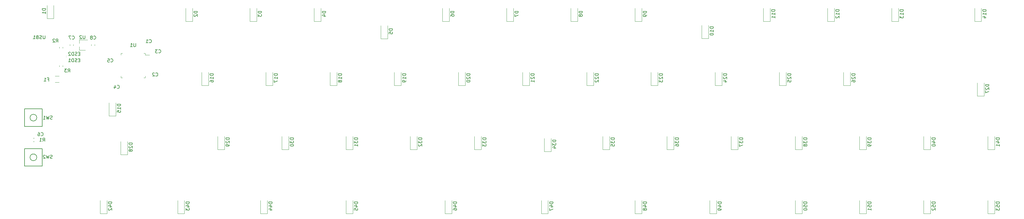
<source format=gbr>
G04 #@! TF.GenerationSoftware,KiCad,Pcbnew,(5.1.4-0-10_14)*
G04 #@! TF.CreationDate,2024-02-26T14:42:05+09:00*
G04 #@! TF.ProjectId,carry53-pcb,63617272-7935-4332-9d70-63622e6b6963,rev?*
G04 #@! TF.SameCoordinates,Original*
G04 #@! TF.FileFunction,Legend,Bot*
G04 #@! TF.FilePolarity,Positive*
%FSLAX46Y46*%
G04 Gerber Fmt 4.6, Leading zero omitted, Abs format (unit mm)*
G04 Created by KiCad (PCBNEW (5.1.4-0-10_14)) date 2024-02-26 14:42:05*
%MOMM*%
%LPD*%
G04 APERTURE LIST*
%ADD10C,0.150000*%
%ADD11C,0.120000*%
%ADD12C,0.100000*%
G04 APERTURE END LIST*
D10*
X15922500Y-51514500D02*
G75*
G03X15922500Y-51514500I-1000000J0D01*
G01*
X17522500Y-48914500D02*
X12322500Y-48914500D01*
X17522500Y-54114500D02*
X17522500Y-48914500D01*
X12322500Y-54114500D02*
X17522500Y-54114500D01*
X12322500Y-48914500D02*
X12322500Y-54114500D01*
D11*
X28533500Y-28414500D02*
X30963500Y-28414500D01*
X28513500Y-28424500D02*
X28513500Y-29424500D01*
X28513500Y-31474500D02*
X30363500Y-31474500D01*
X28513500Y-30424500D02*
X28513500Y-31474500D01*
X48123500Y-32844500D02*
X49413500Y-32844500D01*
X48123500Y-32394500D02*
X48123500Y-32844500D01*
X47673500Y-32394500D02*
X48123500Y-32394500D01*
X40903500Y-32394500D02*
X40903500Y-32844500D01*
X41353500Y-32394500D02*
X40903500Y-32394500D01*
X48123500Y-39614500D02*
X48123500Y-39164500D01*
X47673500Y-39614500D02*
X48123500Y-39614500D01*
X40903500Y-39614500D02*
X40903500Y-39164500D01*
X41353500Y-39614500D02*
X40903500Y-39614500D01*
D10*
X15922500Y-63309500D02*
G75*
G03X15922500Y-63309500I-1000000J0D01*
G01*
X17522500Y-60709500D02*
X12322500Y-60709500D01*
X17522500Y-65909500D02*
X17522500Y-60709500D01*
X12322500Y-65909500D02*
X17522500Y-65909500D01*
X12322500Y-60709500D02*
X12322500Y-65909500D01*
D11*
X23623500Y-35984721D02*
X23623500Y-36310279D01*
X22603500Y-35984721D02*
X22603500Y-36310279D01*
X22603500Y-30849279D02*
X22603500Y-30523721D01*
X23623500Y-30849279D02*
X23623500Y-30523721D01*
X14822721Y-57608500D02*
X15148279Y-57608500D01*
X14822721Y-58628500D02*
X15148279Y-58628500D01*
X22569564Y-40994500D02*
X21365436Y-40994500D01*
X22569564Y-39174500D02*
X21365436Y-39174500D01*
D12*
X24687500Y-33173500D02*
G75*
G03X24687500Y-33173500I-50000J0D01*
G01*
X24687500Y-33508100D02*
G75*
G03X24687500Y-33508100I-50000J0D01*
G01*
D11*
X300243750Y-80037500D02*
X300243750Y-76137500D01*
X298243750Y-80037500D02*
X298243750Y-76137500D01*
X300243750Y-80037500D02*
X298243750Y-80037500D01*
X281193750Y-80037500D02*
X281193750Y-76137500D01*
X279193750Y-80037500D02*
X279193750Y-76137500D01*
X281193750Y-80037500D02*
X279193750Y-80037500D01*
X262143750Y-80037500D02*
X262143750Y-76137500D01*
X260143750Y-80037500D02*
X260143750Y-76137500D01*
X262143750Y-80037500D02*
X260143750Y-80037500D01*
X243093750Y-80037500D02*
X243093750Y-76137500D01*
X241093750Y-80037500D02*
X241093750Y-76137500D01*
X243093750Y-80037500D02*
X241093750Y-80037500D01*
X217693750Y-80037500D02*
X217693750Y-76137500D01*
X215693750Y-80037500D02*
X215693750Y-76137500D01*
X217693750Y-80037500D02*
X215693750Y-80037500D01*
X195468750Y-80037500D02*
X195468750Y-76137500D01*
X193468750Y-80037500D02*
X193468750Y-76137500D01*
X195468750Y-80037500D02*
X193468750Y-80037500D01*
X167687500Y-80037500D02*
X167687500Y-76137500D01*
X165687500Y-80037500D02*
X165687500Y-76137500D01*
X167687500Y-80037500D02*
X165687500Y-80037500D01*
X139112500Y-80037500D02*
X139112500Y-76137500D01*
X137112500Y-80037500D02*
X137112500Y-76137500D01*
X139112500Y-80037500D02*
X137112500Y-80037500D01*
X109743750Y-80037500D02*
X109743750Y-76137500D01*
X107743750Y-80037500D02*
X107743750Y-76137500D01*
X109743750Y-80037500D02*
X107743750Y-80037500D01*
X84343750Y-80037500D02*
X84343750Y-76137500D01*
X82343750Y-80037500D02*
X82343750Y-76137500D01*
X84343750Y-80037500D02*
X82343750Y-80037500D01*
X59737500Y-80037500D02*
X59737500Y-76137500D01*
X57737500Y-80037500D02*
X57737500Y-76137500D01*
X59737500Y-80037500D02*
X57737500Y-80037500D01*
X36718750Y-80037500D02*
X36718750Y-76137500D01*
X34718750Y-80037500D02*
X34718750Y-76137500D01*
X36718750Y-80037500D02*
X34718750Y-80037500D01*
X300243750Y-60987500D02*
X300243750Y-57087500D01*
X298243750Y-60987500D02*
X298243750Y-57087500D01*
X300243750Y-60987500D02*
X298243750Y-60987500D01*
X281193750Y-60987500D02*
X281193750Y-57087500D01*
X279193750Y-60987500D02*
X279193750Y-57087500D01*
X281193750Y-60987500D02*
X279193750Y-60987500D01*
X262143750Y-60987500D02*
X262143750Y-57087500D01*
X260143750Y-60987500D02*
X260143750Y-57087500D01*
X262143750Y-60987500D02*
X260143750Y-60987500D01*
X243093750Y-60987500D02*
X243093750Y-57087500D01*
X241093750Y-60987500D02*
X241093750Y-57087500D01*
X243093750Y-60987500D02*
X241093750Y-60987500D01*
X224043750Y-60987500D02*
X224043750Y-57087500D01*
X222043750Y-60987500D02*
X222043750Y-57087500D01*
X224043750Y-60987500D02*
X222043750Y-60987500D01*
X204993750Y-60987500D02*
X204993750Y-57087500D01*
X202993750Y-60987500D02*
X202993750Y-57087500D01*
X204993750Y-60987500D02*
X202993750Y-60987500D01*
X185943750Y-60987500D02*
X185943750Y-57087500D01*
X183943750Y-60987500D02*
X183943750Y-57087500D01*
X185943750Y-60987500D02*
X183943750Y-60987500D01*
X168576500Y-61622500D02*
X168576500Y-57722500D01*
X166576500Y-61622500D02*
X166576500Y-57722500D01*
X168576500Y-61622500D02*
X166576500Y-61622500D01*
X147843750Y-60987500D02*
X147843750Y-57087500D01*
X145843750Y-60987500D02*
X145843750Y-57087500D01*
X147843750Y-60987500D02*
X145843750Y-60987500D01*
X128793750Y-60987500D02*
X128793750Y-57087500D01*
X126793750Y-60987500D02*
X126793750Y-57087500D01*
X128793750Y-60987500D02*
X126793750Y-60987500D01*
X109743750Y-60987500D02*
X109743750Y-57087500D01*
X107743750Y-60987500D02*
X107743750Y-57087500D01*
X109743750Y-60987500D02*
X107743750Y-60987500D01*
X90693750Y-60987500D02*
X90693750Y-57087500D01*
X88693750Y-60987500D02*
X88693750Y-57087500D01*
X90693750Y-60987500D02*
X88693750Y-60987500D01*
X71643750Y-60987500D02*
X71643750Y-57087500D01*
X69643750Y-60987500D02*
X69643750Y-57087500D01*
X71643750Y-60987500D02*
X69643750Y-60987500D01*
X42846500Y-62511500D02*
X42846500Y-58611500D01*
X40846500Y-62511500D02*
X40846500Y-58611500D01*
X42846500Y-62511500D02*
X40846500Y-62511500D01*
X297068750Y-45112500D02*
X297068750Y-41212500D01*
X295068750Y-45112500D02*
X295068750Y-41212500D01*
X297068750Y-45112500D02*
X295068750Y-45112500D01*
X257381250Y-41937500D02*
X257381250Y-38037500D01*
X255381250Y-41937500D02*
X255381250Y-38037500D01*
X257381250Y-41937500D02*
X255381250Y-41937500D01*
X238331250Y-41937500D02*
X238331250Y-38037500D01*
X236331250Y-41937500D02*
X236331250Y-38037500D01*
X238331250Y-41937500D02*
X236331250Y-41937500D01*
X219281250Y-41937500D02*
X219281250Y-38037500D01*
X217281250Y-41937500D02*
X217281250Y-38037500D01*
X219281250Y-41937500D02*
X217281250Y-41937500D01*
X200231250Y-41937500D02*
X200231250Y-38037500D01*
X198231250Y-41937500D02*
X198231250Y-38037500D01*
X200231250Y-41937500D02*
X198231250Y-41937500D01*
X181181250Y-41937500D02*
X181181250Y-38037500D01*
X179181250Y-41937500D02*
X179181250Y-38037500D01*
X181181250Y-41937500D02*
X179181250Y-41937500D01*
X162131250Y-41937500D02*
X162131250Y-38037500D01*
X160131250Y-41937500D02*
X160131250Y-38037500D01*
X162131250Y-41937500D02*
X160131250Y-41937500D01*
X143081250Y-41937500D02*
X143081250Y-38037500D01*
X141081250Y-41937500D02*
X141081250Y-38037500D01*
X143081250Y-41937500D02*
X141081250Y-41937500D01*
X124031250Y-41937500D02*
X124031250Y-38037500D01*
X122031250Y-41937500D02*
X122031250Y-38037500D01*
X124031250Y-41937500D02*
X122031250Y-41937500D01*
X104981250Y-41937500D02*
X104981250Y-38037500D01*
X102981250Y-41937500D02*
X102981250Y-38037500D01*
X104981250Y-41937500D02*
X102981250Y-41937500D01*
X85931250Y-41937500D02*
X85931250Y-38037500D01*
X83931250Y-41937500D02*
X83931250Y-38037500D01*
X85931250Y-41937500D02*
X83931250Y-41937500D01*
X66881250Y-41937500D02*
X66881250Y-38037500D01*
X64881250Y-41937500D02*
X64881250Y-38037500D01*
X66881250Y-41937500D02*
X64881250Y-41937500D01*
X39353500Y-50970500D02*
X39353500Y-47070500D01*
X37353500Y-50970500D02*
X37353500Y-47070500D01*
X39353500Y-50970500D02*
X37353500Y-50970500D01*
X296275000Y-22887500D02*
X296275000Y-18987500D01*
X294275000Y-22887500D02*
X294275000Y-18987500D01*
X296275000Y-22887500D02*
X294275000Y-22887500D01*
X271668750Y-22887500D02*
X271668750Y-18987500D01*
X269668750Y-22887500D02*
X269668750Y-18987500D01*
X271668750Y-22887500D02*
X269668750Y-22887500D01*
X252618750Y-22887500D02*
X252618750Y-18987500D01*
X250618750Y-22887500D02*
X250618750Y-18987500D01*
X252618750Y-22887500D02*
X250618750Y-22887500D01*
X233568750Y-22887500D02*
X233568750Y-18987500D01*
X231568750Y-22887500D02*
X231568750Y-18987500D01*
X233568750Y-22887500D02*
X231568750Y-22887500D01*
X215312500Y-27983500D02*
X215312500Y-24083500D01*
X213312500Y-27983500D02*
X213312500Y-24083500D01*
X215312500Y-27983500D02*
X213312500Y-27983500D01*
X195468750Y-22887500D02*
X195468750Y-18987500D01*
X193468750Y-22887500D02*
X193468750Y-18987500D01*
X195468750Y-22887500D02*
X193468750Y-22887500D01*
X176418750Y-22887500D02*
X176418750Y-18987500D01*
X174418750Y-22887500D02*
X174418750Y-18987500D01*
X176418750Y-22887500D02*
X174418750Y-22887500D01*
X157368750Y-22887500D02*
X157368750Y-18987500D01*
X155368750Y-22887500D02*
X155368750Y-18987500D01*
X157368750Y-22887500D02*
X155368750Y-22887500D01*
X138318750Y-22887500D02*
X138318750Y-18987500D01*
X136318750Y-22887500D02*
X136318750Y-18987500D01*
X138318750Y-22887500D02*
X136318750Y-22887500D01*
X120062500Y-28094500D02*
X120062500Y-24194500D01*
X118062500Y-28094500D02*
X118062500Y-24194500D01*
X120062500Y-28094500D02*
X118062500Y-28094500D01*
X100218750Y-22887500D02*
X100218750Y-18987500D01*
X98218750Y-22887500D02*
X98218750Y-18987500D01*
X100218750Y-22887500D02*
X98218750Y-22887500D01*
X81168750Y-22887500D02*
X81168750Y-18987500D01*
X79168750Y-22887500D02*
X79168750Y-18987500D01*
X81168750Y-22887500D02*
X79168750Y-22887500D01*
X62118750Y-22887500D02*
X62118750Y-18987500D01*
X60118750Y-22887500D02*
X60118750Y-18987500D01*
X62118750Y-22887500D02*
X60118750Y-22887500D01*
X20938500Y-22014500D02*
X20938500Y-18114500D01*
X18938500Y-22014500D02*
X18938500Y-18114500D01*
X20938500Y-22014500D02*
X18938500Y-22014500D01*
X32128500Y-30087279D02*
X32128500Y-29761721D01*
X33148500Y-30087279D02*
X33148500Y-29761721D01*
X25778500Y-30087279D02*
X25778500Y-29761721D01*
X26798500Y-30087279D02*
X26798500Y-29761721D01*
D10*
X20509833Y-51935261D02*
X20366976Y-51982880D01*
X20128880Y-51982880D01*
X20033642Y-51935261D01*
X19986023Y-51887642D01*
X19938404Y-51792404D01*
X19938404Y-51697166D01*
X19986023Y-51601928D01*
X20033642Y-51554309D01*
X20128880Y-51506690D01*
X20319357Y-51459071D01*
X20414595Y-51411452D01*
X20462214Y-51363833D01*
X20509833Y-51268595D01*
X20509833Y-51173357D01*
X20462214Y-51078119D01*
X20414595Y-51030500D01*
X20319357Y-50982880D01*
X20081261Y-50982880D01*
X19938404Y-51030500D01*
X19605071Y-50982880D02*
X19366976Y-51982880D01*
X19176500Y-51268595D01*
X18986023Y-51982880D01*
X18747928Y-50982880D01*
X17843166Y-51982880D02*
X18414595Y-51982880D01*
X18128880Y-51982880D02*
X18128880Y-50982880D01*
X18224119Y-51125738D01*
X18319357Y-51220976D01*
X18414595Y-51268595D01*
X18374595Y-27090880D02*
X18374595Y-27900404D01*
X18326976Y-27995642D01*
X18279357Y-28043261D01*
X18184119Y-28090880D01*
X17993642Y-28090880D01*
X17898404Y-28043261D01*
X17850785Y-27995642D01*
X17803166Y-27900404D01*
X17803166Y-27090880D01*
X17374595Y-28043261D02*
X17231738Y-28090880D01*
X16993642Y-28090880D01*
X16898404Y-28043261D01*
X16850785Y-27995642D01*
X16803166Y-27900404D01*
X16803166Y-27805166D01*
X16850785Y-27709928D01*
X16898404Y-27662309D01*
X16993642Y-27614690D01*
X17184119Y-27567071D01*
X17279357Y-27519452D01*
X17326976Y-27471833D01*
X17374595Y-27376595D01*
X17374595Y-27281357D01*
X17326976Y-27186119D01*
X17279357Y-27138500D01*
X17184119Y-27090880D01*
X16946023Y-27090880D01*
X16803166Y-27138500D01*
X16041261Y-27567071D02*
X15898404Y-27614690D01*
X15850785Y-27662309D01*
X15803166Y-27757547D01*
X15803166Y-27900404D01*
X15850785Y-27995642D01*
X15898404Y-28043261D01*
X15993642Y-28090880D01*
X16374595Y-28090880D01*
X16374595Y-27090880D01*
X16041261Y-27090880D01*
X15946023Y-27138500D01*
X15898404Y-27186119D01*
X15850785Y-27281357D01*
X15850785Y-27376595D01*
X15898404Y-27471833D01*
X15946023Y-27519452D01*
X16041261Y-27567071D01*
X16374595Y-27567071D01*
X14850785Y-28090880D02*
X15422214Y-28090880D01*
X15136500Y-28090880D02*
X15136500Y-27090880D01*
X15231738Y-27233738D01*
X15326976Y-27328976D01*
X15422214Y-27376595D01*
X30225404Y-27090880D02*
X30225404Y-27900404D01*
X30177785Y-27995642D01*
X30130166Y-28043261D01*
X30034928Y-28090880D01*
X29844452Y-28090880D01*
X29749214Y-28043261D01*
X29701595Y-27995642D01*
X29653976Y-27900404D01*
X29653976Y-27090880D01*
X29225404Y-27186119D02*
X29177785Y-27138500D01*
X29082547Y-27090880D01*
X28844452Y-27090880D01*
X28749214Y-27138500D01*
X28701595Y-27186119D01*
X28653976Y-27281357D01*
X28653976Y-27376595D01*
X28701595Y-27519452D01*
X29273023Y-28090880D01*
X28653976Y-28090880D01*
X45275404Y-29424380D02*
X45275404Y-30233904D01*
X45227785Y-30329142D01*
X45180166Y-30376761D01*
X45084928Y-30424380D01*
X44894452Y-30424380D01*
X44799214Y-30376761D01*
X44751595Y-30329142D01*
X44703976Y-30233904D01*
X44703976Y-29424380D01*
X43703976Y-30424380D02*
X44275404Y-30424380D01*
X43989690Y-30424380D02*
X43989690Y-29424380D01*
X44084928Y-29567238D01*
X44180166Y-29662476D01*
X44275404Y-29710095D01*
X20509833Y-63603261D02*
X20366976Y-63650880D01*
X20128880Y-63650880D01*
X20033642Y-63603261D01*
X19986023Y-63555642D01*
X19938404Y-63460404D01*
X19938404Y-63365166D01*
X19986023Y-63269928D01*
X20033642Y-63222309D01*
X20128880Y-63174690D01*
X20319357Y-63127071D01*
X20414595Y-63079452D01*
X20462214Y-63031833D01*
X20509833Y-62936595D01*
X20509833Y-62841357D01*
X20462214Y-62746119D01*
X20414595Y-62698500D01*
X20319357Y-62650880D01*
X20081261Y-62650880D01*
X19938404Y-62698500D01*
X19605071Y-62650880D02*
X19366976Y-63650880D01*
X19176500Y-62936595D01*
X18986023Y-63650880D01*
X18747928Y-62650880D01*
X18414595Y-62746119D02*
X18366976Y-62698500D01*
X18271738Y-62650880D01*
X18033642Y-62650880D01*
X17938404Y-62698500D01*
X17890785Y-62746119D01*
X17843166Y-62841357D01*
X17843166Y-62936595D01*
X17890785Y-63079452D01*
X18462214Y-63650880D01*
X17843166Y-63650880D01*
X25185166Y-37996880D02*
X25518500Y-37520690D01*
X25756595Y-37996880D02*
X25756595Y-36996880D01*
X25375642Y-36996880D01*
X25280404Y-37044500D01*
X25232785Y-37092119D01*
X25185166Y-37187357D01*
X25185166Y-37330214D01*
X25232785Y-37425452D01*
X25280404Y-37473071D01*
X25375642Y-37520690D01*
X25756595Y-37520690D01*
X24851833Y-36996880D02*
X24232785Y-36996880D01*
X24566119Y-37377833D01*
X24423261Y-37377833D01*
X24328023Y-37425452D01*
X24280404Y-37473071D01*
X24232785Y-37568309D01*
X24232785Y-37806404D01*
X24280404Y-37901642D01*
X24328023Y-37949261D01*
X24423261Y-37996880D01*
X24708976Y-37996880D01*
X24804214Y-37949261D01*
X24851833Y-37901642D01*
X21629166Y-29106880D02*
X21962500Y-28630690D01*
X22200595Y-29106880D02*
X22200595Y-28106880D01*
X21819642Y-28106880D01*
X21724404Y-28154500D01*
X21676785Y-28202119D01*
X21629166Y-28297357D01*
X21629166Y-28440214D01*
X21676785Y-28535452D01*
X21724404Y-28583071D01*
X21819642Y-28630690D01*
X22200595Y-28630690D01*
X21248214Y-28202119D02*
X21200595Y-28154500D01*
X21105357Y-28106880D01*
X20867261Y-28106880D01*
X20772023Y-28154500D01*
X20724404Y-28202119D01*
X20676785Y-28297357D01*
X20676785Y-28392595D01*
X20724404Y-28535452D01*
X21295833Y-29106880D01*
X20676785Y-29106880D01*
X17692166Y-58570880D02*
X18025500Y-58094690D01*
X18263595Y-58570880D02*
X18263595Y-57570880D01*
X17882642Y-57570880D01*
X17787404Y-57618500D01*
X17739785Y-57666119D01*
X17692166Y-57761357D01*
X17692166Y-57904214D01*
X17739785Y-57999452D01*
X17787404Y-58047071D01*
X17882642Y-58094690D01*
X18263595Y-58094690D01*
X16739785Y-58570880D02*
X17311214Y-58570880D01*
X17025500Y-58570880D02*
X17025500Y-57570880D01*
X17120738Y-57713738D01*
X17215976Y-57808976D01*
X17311214Y-57856595D01*
X19128833Y-40140071D02*
X19462166Y-40140071D01*
X19462166Y-40663880D02*
X19462166Y-39663880D01*
X18985976Y-39663880D01*
X18081214Y-40663880D02*
X18652642Y-40663880D01*
X18366928Y-40663880D02*
X18366928Y-39663880D01*
X18462166Y-39806738D01*
X18557404Y-39901976D01*
X18652642Y-39949595D01*
X28717166Y-32520071D02*
X28383833Y-32520071D01*
X28240976Y-33043880D02*
X28717166Y-33043880D01*
X28717166Y-32043880D01*
X28240976Y-32043880D01*
X27860023Y-32996261D02*
X27717166Y-33043880D01*
X27479071Y-33043880D01*
X27383833Y-32996261D01*
X27336214Y-32948642D01*
X27288595Y-32853404D01*
X27288595Y-32758166D01*
X27336214Y-32662928D01*
X27383833Y-32615309D01*
X27479071Y-32567690D01*
X27669547Y-32520071D01*
X27764785Y-32472452D01*
X27812404Y-32424833D01*
X27860023Y-32329595D01*
X27860023Y-32234357D01*
X27812404Y-32139119D01*
X27764785Y-32091500D01*
X27669547Y-32043880D01*
X27431452Y-32043880D01*
X27288595Y-32091500D01*
X26860023Y-33043880D02*
X26860023Y-32043880D01*
X26621928Y-32043880D01*
X26479071Y-32091500D01*
X26383833Y-32186738D01*
X26336214Y-32281976D01*
X26288595Y-32472452D01*
X26288595Y-32615309D01*
X26336214Y-32805785D01*
X26383833Y-32901023D01*
X26479071Y-32996261D01*
X26621928Y-33043880D01*
X26860023Y-33043880D01*
X25907642Y-32139119D02*
X25860023Y-32091500D01*
X25764785Y-32043880D01*
X25526690Y-32043880D01*
X25431452Y-32091500D01*
X25383833Y-32139119D01*
X25336214Y-32234357D01*
X25336214Y-32329595D01*
X25383833Y-32472452D01*
X25955261Y-33043880D01*
X25336214Y-33043880D01*
X28717166Y-34425071D02*
X28383833Y-34425071D01*
X28240976Y-34948880D02*
X28717166Y-34948880D01*
X28717166Y-33948880D01*
X28240976Y-33948880D01*
X27860023Y-34901261D02*
X27717166Y-34948880D01*
X27479071Y-34948880D01*
X27383833Y-34901261D01*
X27336214Y-34853642D01*
X27288595Y-34758404D01*
X27288595Y-34663166D01*
X27336214Y-34567928D01*
X27383833Y-34520309D01*
X27479071Y-34472690D01*
X27669547Y-34425071D01*
X27764785Y-34377452D01*
X27812404Y-34329833D01*
X27860023Y-34234595D01*
X27860023Y-34139357D01*
X27812404Y-34044119D01*
X27764785Y-33996500D01*
X27669547Y-33948880D01*
X27431452Y-33948880D01*
X27288595Y-33996500D01*
X26860023Y-34948880D02*
X26860023Y-33948880D01*
X26621928Y-33948880D01*
X26479071Y-33996500D01*
X26383833Y-34091738D01*
X26336214Y-34186976D01*
X26288595Y-34377452D01*
X26288595Y-34520309D01*
X26336214Y-34710785D01*
X26383833Y-34806023D01*
X26479071Y-34901261D01*
X26621928Y-34948880D01*
X26860023Y-34948880D01*
X25336214Y-34948880D02*
X25907642Y-34948880D01*
X25621928Y-34948880D02*
X25621928Y-33948880D01*
X25717166Y-34091738D01*
X25812404Y-34186976D01*
X25907642Y-34234595D01*
X301696130Y-76573214D02*
X300696130Y-76573214D01*
X300696130Y-76811309D01*
X300743750Y-76954166D01*
X300838988Y-77049404D01*
X300934226Y-77097023D01*
X301124702Y-77144642D01*
X301267559Y-77144642D01*
X301458035Y-77097023D01*
X301553273Y-77049404D01*
X301648511Y-76954166D01*
X301696130Y-76811309D01*
X301696130Y-76573214D01*
X300696130Y-78049404D02*
X300696130Y-77573214D01*
X301172321Y-77525595D01*
X301124702Y-77573214D01*
X301077083Y-77668452D01*
X301077083Y-77906547D01*
X301124702Y-78001785D01*
X301172321Y-78049404D01*
X301267559Y-78097023D01*
X301505654Y-78097023D01*
X301600892Y-78049404D01*
X301648511Y-78001785D01*
X301696130Y-77906547D01*
X301696130Y-77668452D01*
X301648511Y-77573214D01*
X301600892Y-77525595D01*
X300696130Y-78430357D02*
X300696130Y-79049404D01*
X301077083Y-78716071D01*
X301077083Y-78858928D01*
X301124702Y-78954166D01*
X301172321Y-79001785D01*
X301267559Y-79049404D01*
X301505654Y-79049404D01*
X301600892Y-79001785D01*
X301648511Y-78954166D01*
X301696130Y-78858928D01*
X301696130Y-78573214D01*
X301648511Y-78477976D01*
X301600892Y-78430357D01*
X282646130Y-76573214D02*
X281646130Y-76573214D01*
X281646130Y-76811309D01*
X281693750Y-76954166D01*
X281788988Y-77049404D01*
X281884226Y-77097023D01*
X282074702Y-77144642D01*
X282217559Y-77144642D01*
X282408035Y-77097023D01*
X282503273Y-77049404D01*
X282598511Y-76954166D01*
X282646130Y-76811309D01*
X282646130Y-76573214D01*
X281646130Y-78049404D02*
X281646130Y-77573214D01*
X282122321Y-77525595D01*
X282074702Y-77573214D01*
X282027083Y-77668452D01*
X282027083Y-77906547D01*
X282074702Y-78001785D01*
X282122321Y-78049404D01*
X282217559Y-78097023D01*
X282455654Y-78097023D01*
X282550892Y-78049404D01*
X282598511Y-78001785D01*
X282646130Y-77906547D01*
X282646130Y-77668452D01*
X282598511Y-77573214D01*
X282550892Y-77525595D01*
X281741369Y-78477976D02*
X281693750Y-78525595D01*
X281646130Y-78620833D01*
X281646130Y-78858928D01*
X281693750Y-78954166D01*
X281741369Y-79001785D01*
X281836607Y-79049404D01*
X281931845Y-79049404D01*
X282074702Y-79001785D01*
X282646130Y-78430357D01*
X282646130Y-79049404D01*
X263596130Y-76573214D02*
X262596130Y-76573214D01*
X262596130Y-76811309D01*
X262643750Y-76954166D01*
X262738988Y-77049404D01*
X262834226Y-77097023D01*
X263024702Y-77144642D01*
X263167559Y-77144642D01*
X263358035Y-77097023D01*
X263453273Y-77049404D01*
X263548511Y-76954166D01*
X263596130Y-76811309D01*
X263596130Y-76573214D01*
X262596130Y-78049404D02*
X262596130Y-77573214D01*
X263072321Y-77525595D01*
X263024702Y-77573214D01*
X262977083Y-77668452D01*
X262977083Y-77906547D01*
X263024702Y-78001785D01*
X263072321Y-78049404D01*
X263167559Y-78097023D01*
X263405654Y-78097023D01*
X263500892Y-78049404D01*
X263548511Y-78001785D01*
X263596130Y-77906547D01*
X263596130Y-77668452D01*
X263548511Y-77573214D01*
X263500892Y-77525595D01*
X263596130Y-79049404D02*
X263596130Y-78477976D01*
X263596130Y-78763690D02*
X262596130Y-78763690D01*
X262738988Y-78668452D01*
X262834226Y-78573214D01*
X262881845Y-78477976D01*
X244546130Y-76573214D02*
X243546130Y-76573214D01*
X243546130Y-76811309D01*
X243593750Y-76954166D01*
X243688988Y-77049404D01*
X243784226Y-77097023D01*
X243974702Y-77144642D01*
X244117559Y-77144642D01*
X244308035Y-77097023D01*
X244403273Y-77049404D01*
X244498511Y-76954166D01*
X244546130Y-76811309D01*
X244546130Y-76573214D01*
X243546130Y-78049404D02*
X243546130Y-77573214D01*
X244022321Y-77525595D01*
X243974702Y-77573214D01*
X243927083Y-77668452D01*
X243927083Y-77906547D01*
X243974702Y-78001785D01*
X244022321Y-78049404D01*
X244117559Y-78097023D01*
X244355654Y-78097023D01*
X244450892Y-78049404D01*
X244498511Y-78001785D01*
X244546130Y-77906547D01*
X244546130Y-77668452D01*
X244498511Y-77573214D01*
X244450892Y-77525595D01*
X243546130Y-78716071D02*
X243546130Y-78811309D01*
X243593750Y-78906547D01*
X243641369Y-78954166D01*
X243736607Y-79001785D01*
X243927083Y-79049404D01*
X244165178Y-79049404D01*
X244355654Y-79001785D01*
X244450892Y-78954166D01*
X244498511Y-78906547D01*
X244546130Y-78811309D01*
X244546130Y-78716071D01*
X244498511Y-78620833D01*
X244450892Y-78573214D01*
X244355654Y-78525595D01*
X244165178Y-78477976D01*
X243927083Y-78477976D01*
X243736607Y-78525595D01*
X243641369Y-78573214D01*
X243593750Y-78620833D01*
X243546130Y-78716071D01*
X219146130Y-76573214D02*
X218146130Y-76573214D01*
X218146130Y-76811309D01*
X218193750Y-76954166D01*
X218288988Y-77049404D01*
X218384226Y-77097023D01*
X218574702Y-77144642D01*
X218717559Y-77144642D01*
X218908035Y-77097023D01*
X219003273Y-77049404D01*
X219098511Y-76954166D01*
X219146130Y-76811309D01*
X219146130Y-76573214D01*
X218479464Y-78001785D02*
X219146130Y-78001785D01*
X218098511Y-77763690D02*
X218812797Y-77525595D01*
X218812797Y-78144642D01*
X219146130Y-78573214D02*
X219146130Y-78763690D01*
X219098511Y-78858928D01*
X219050892Y-78906547D01*
X218908035Y-79001785D01*
X218717559Y-79049404D01*
X218336607Y-79049404D01*
X218241369Y-79001785D01*
X218193750Y-78954166D01*
X218146130Y-78858928D01*
X218146130Y-78668452D01*
X218193750Y-78573214D01*
X218241369Y-78525595D01*
X218336607Y-78477976D01*
X218574702Y-78477976D01*
X218669940Y-78525595D01*
X218717559Y-78573214D01*
X218765178Y-78668452D01*
X218765178Y-78858928D01*
X218717559Y-78954166D01*
X218669940Y-79001785D01*
X218574702Y-79049404D01*
X196921130Y-76573214D02*
X195921130Y-76573214D01*
X195921130Y-76811309D01*
X195968750Y-76954166D01*
X196063988Y-77049404D01*
X196159226Y-77097023D01*
X196349702Y-77144642D01*
X196492559Y-77144642D01*
X196683035Y-77097023D01*
X196778273Y-77049404D01*
X196873511Y-76954166D01*
X196921130Y-76811309D01*
X196921130Y-76573214D01*
X196254464Y-78001785D02*
X196921130Y-78001785D01*
X195873511Y-77763690D02*
X196587797Y-77525595D01*
X196587797Y-78144642D01*
X196349702Y-78668452D02*
X196302083Y-78573214D01*
X196254464Y-78525595D01*
X196159226Y-78477976D01*
X196111607Y-78477976D01*
X196016369Y-78525595D01*
X195968750Y-78573214D01*
X195921130Y-78668452D01*
X195921130Y-78858928D01*
X195968750Y-78954166D01*
X196016369Y-79001785D01*
X196111607Y-79049404D01*
X196159226Y-79049404D01*
X196254464Y-79001785D01*
X196302083Y-78954166D01*
X196349702Y-78858928D01*
X196349702Y-78668452D01*
X196397321Y-78573214D01*
X196444940Y-78525595D01*
X196540178Y-78477976D01*
X196730654Y-78477976D01*
X196825892Y-78525595D01*
X196873511Y-78573214D01*
X196921130Y-78668452D01*
X196921130Y-78858928D01*
X196873511Y-78954166D01*
X196825892Y-79001785D01*
X196730654Y-79049404D01*
X196540178Y-79049404D01*
X196444940Y-79001785D01*
X196397321Y-78954166D01*
X196349702Y-78858928D01*
X169139880Y-76573214D02*
X168139880Y-76573214D01*
X168139880Y-76811309D01*
X168187500Y-76954166D01*
X168282738Y-77049404D01*
X168377976Y-77097023D01*
X168568452Y-77144642D01*
X168711309Y-77144642D01*
X168901785Y-77097023D01*
X168997023Y-77049404D01*
X169092261Y-76954166D01*
X169139880Y-76811309D01*
X169139880Y-76573214D01*
X168473214Y-78001785D02*
X169139880Y-78001785D01*
X168092261Y-77763690D02*
X168806547Y-77525595D01*
X168806547Y-78144642D01*
X168139880Y-78430357D02*
X168139880Y-79097023D01*
X169139880Y-78668452D01*
X140564880Y-76573214D02*
X139564880Y-76573214D01*
X139564880Y-76811309D01*
X139612500Y-76954166D01*
X139707738Y-77049404D01*
X139802976Y-77097023D01*
X139993452Y-77144642D01*
X140136309Y-77144642D01*
X140326785Y-77097023D01*
X140422023Y-77049404D01*
X140517261Y-76954166D01*
X140564880Y-76811309D01*
X140564880Y-76573214D01*
X139898214Y-78001785D02*
X140564880Y-78001785D01*
X139517261Y-77763690D02*
X140231547Y-77525595D01*
X140231547Y-78144642D01*
X139564880Y-78954166D02*
X139564880Y-78763690D01*
X139612500Y-78668452D01*
X139660119Y-78620833D01*
X139802976Y-78525595D01*
X139993452Y-78477976D01*
X140374404Y-78477976D01*
X140469642Y-78525595D01*
X140517261Y-78573214D01*
X140564880Y-78668452D01*
X140564880Y-78858928D01*
X140517261Y-78954166D01*
X140469642Y-79001785D01*
X140374404Y-79049404D01*
X140136309Y-79049404D01*
X140041071Y-79001785D01*
X139993452Y-78954166D01*
X139945833Y-78858928D01*
X139945833Y-78668452D01*
X139993452Y-78573214D01*
X140041071Y-78525595D01*
X140136309Y-78477976D01*
X111196130Y-76573214D02*
X110196130Y-76573214D01*
X110196130Y-76811309D01*
X110243750Y-76954166D01*
X110338988Y-77049404D01*
X110434226Y-77097023D01*
X110624702Y-77144642D01*
X110767559Y-77144642D01*
X110958035Y-77097023D01*
X111053273Y-77049404D01*
X111148511Y-76954166D01*
X111196130Y-76811309D01*
X111196130Y-76573214D01*
X110529464Y-78001785D02*
X111196130Y-78001785D01*
X110148511Y-77763690D02*
X110862797Y-77525595D01*
X110862797Y-78144642D01*
X110196130Y-79001785D02*
X110196130Y-78525595D01*
X110672321Y-78477976D01*
X110624702Y-78525595D01*
X110577083Y-78620833D01*
X110577083Y-78858928D01*
X110624702Y-78954166D01*
X110672321Y-79001785D01*
X110767559Y-79049404D01*
X111005654Y-79049404D01*
X111100892Y-79001785D01*
X111148511Y-78954166D01*
X111196130Y-78858928D01*
X111196130Y-78620833D01*
X111148511Y-78525595D01*
X111100892Y-78477976D01*
X85796130Y-76573214D02*
X84796130Y-76573214D01*
X84796130Y-76811309D01*
X84843750Y-76954166D01*
X84938988Y-77049404D01*
X85034226Y-77097023D01*
X85224702Y-77144642D01*
X85367559Y-77144642D01*
X85558035Y-77097023D01*
X85653273Y-77049404D01*
X85748511Y-76954166D01*
X85796130Y-76811309D01*
X85796130Y-76573214D01*
X85129464Y-78001785D02*
X85796130Y-78001785D01*
X84748511Y-77763690D02*
X85462797Y-77525595D01*
X85462797Y-78144642D01*
X85129464Y-78954166D02*
X85796130Y-78954166D01*
X84748511Y-78716071D02*
X85462797Y-78477976D01*
X85462797Y-79097023D01*
X61189880Y-76573214D02*
X60189880Y-76573214D01*
X60189880Y-76811309D01*
X60237500Y-76954166D01*
X60332738Y-77049404D01*
X60427976Y-77097023D01*
X60618452Y-77144642D01*
X60761309Y-77144642D01*
X60951785Y-77097023D01*
X61047023Y-77049404D01*
X61142261Y-76954166D01*
X61189880Y-76811309D01*
X61189880Y-76573214D01*
X60523214Y-78001785D02*
X61189880Y-78001785D01*
X60142261Y-77763690D02*
X60856547Y-77525595D01*
X60856547Y-78144642D01*
X60189880Y-78430357D02*
X60189880Y-79049404D01*
X60570833Y-78716071D01*
X60570833Y-78858928D01*
X60618452Y-78954166D01*
X60666071Y-79001785D01*
X60761309Y-79049404D01*
X60999404Y-79049404D01*
X61094642Y-79001785D01*
X61142261Y-78954166D01*
X61189880Y-78858928D01*
X61189880Y-78573214D01*
X61142261Y-78477976D01*
X61094642Y-78430357D01*
X38171130Y-76573214D02*
X37171130Y-76573214D01*
X37171130Y-76811309D01*
X37218750Y-76954166D01*
X37313988Y-77049404D01*
X37409226Y-77097023D01*
X37599702Y-77144642D01*
X37742559Y-77144642D01*
X37933035Y-77097023D01*
X38028273Y-77049404D01*
X38123511Y-76954166D01*
X38171130Y-76811309D01*
X38171130Y-76573214D01*
X37504464Y-78001785D02*
X38171130Y-78001785D01*
X37123511Y-77763690D02*
X37837797Y-77525595D01*
X37837797Y-78144642D01*
X37266369Y-78477976D02*
X37218750Y-78525595D01*
X37171130Y-78620833D01*
X37171130Y-78858928D01*
X37218750Y-78954166D01*
X37266369Y-79001785D01*
X37361607Y-79049404D01*
X37456845Y-79049404D01*
X37599702Y-79001785D01*
X38171130Y-78430357D01*
X38171130Y-79049404D01*
X301696130Y-57523214D02*
X300696130Y-57523214D01*
X300696130Y-57761309D01*
X300743750Y-57904166D01*
X300838988Y-57999404D01*
X300934226Y-58047023D01*
X301124702Y-58094642D01*
X301267559Y-58094642D01*
X301458035Y-58047023D01*
X301553273Y-57999404D01*
X301648511Y-57904166D01*
X301696130Y-57761309D01*
X301696130Y-57523214D01*
X301029464Y-58951785D02*
X301696130Y-58951785D01*
X300648511Y-58713690D02*
X301362797Y-58475595D01*
X301362797Y-59094642D01*
X301696130Y-59999404D02*
X301696130Y-59427976D01*
X301696130Y-59713690D02*
X300696130Y-59713690D01*
X300838988Y-59618452D01*
X300934226Y-59523214D01*
X300981845Y-59427976D01*
X282646130Y-57523214D02*
X281646130Y-57523214D01*
X281646130Y-57761309D01*
X281693750Y-57904166D01*
X281788988Y-57999404D01*
X281884226Y-58047023D01*
X282074702Y-58094642D01*
X282217559Y-58094642D01*
X282408035Y-58047023D01*
X282503273Y-57999404D01*
X282598511Y-57904166D01*
X282646130Y-57761309D01*
X282646130Y-57523214D01*
X281979464Y-58951785D02*
X282646130Y-58951785D01*
X281598511Y-58713690D02*
X282312797Y-58475595D01*
X282312797Y-59094642D01*
X281646130Y-59666071D02*
X281646130Y-59761309D01*
X281693750Y-59856547D01*
X281741369Y-59904166D01*
X281836607Y-59951785D01*
X282027083Y-59999404D01*
X282265178Y-59999404D01*
X282455654Y-59951785D01*
X282550892Y-59904166D01*
X282598511Y-59856547D01*
X282646130Y-59761309D01*
X282646130Y-59666071D01*
X282598511Y-59570833D01*
X282550892Y-59523214D01*
X282455654Y-59475595D01*
X282265178Y-59427976D01*
X282027083Y-59427976D01*
X281836607Y-59475595D01*
X281741369Y-59523214D01*
X281693750Y-59570833D01*
X281646130Y-59666071D01*
X263596130Y-57523214D02*
X262596130Y-57523214D01*
X262596130Y-57761309D01*
X262643750Y-57904166D01*
X262738988Y-57999404D01*
X262834226Y-58047023D01*
X263024702Y-58094642D01*
X263167559Y-58094642D01*
X263358035Y-58047023D01*
X263453273Y-57999404D01*
X263548511Y-57904166D01*
X263596130Y-57761309D01*
X263596130Y-57523214D01*
X262596130Y-58427976D02*
X262596130Y-59047023D01*
X262977083Y-58713690D01*
X262977083Y-58856547D01*
X263024702Y-58951785D01*
X263072321Y-58999404D01*
X263167559Y-59047023D01*
X263405654Y-59047023D01*
X263500892Y-58999404D01*
X263548511Y-58951785D01*
X263596130Y-58856547D01*
X263596130Y-58570833D01*
X263548511Y-58475595D01*
X263500892Y-58427976D01*
X263596130Y-59523214D02*
X263596130Y-59713690D01*
X263548511Y-59808928D01*
X263500892Y-59856547D01*
X263358035Y-59951785D01*
X263167559Y-59999404D01*
X262786607Y-59999404D01*
X262691369Y-59951785D01*
X262643750Y-59904166D01*
X262596130Y-59808928D01*
X262596130Y-59618452D01*
X262643750Y-59523214D01*
X262691369Y-59475595D01*
X262786607Y-59427976D01*
X263024702Y-59427976D01*
X263119940Y-59475595D01*
X263167559Y-59523214D01*
X263215178Y-59618452D01*
X263215178Y-59808928D01*
X263167559Y-59904166D01*
X263119940Y-59951785D01*
X263024702Y-59999404D01*
X244546130Y-57523214D02*
X243546130Y-57523214D01*
X243546130Y-57761309D01*
X243593750Y-57904166D01*
X243688988Y-57999404D01*
X243784226Y-58047023D01*
X243974702Y-58094642D01*
X244117559Y-58094642D01*
X244308035Y-58047023D01*
X244403273Y-57999404D01*
X244498511Y-57904166D01*
X244546130Y-57761309D01*
X244546130Y-57523214D01*
X243546130Y-58427976D02*
X243546130Y-59047023D01*
X243927083Y-58713690D01*
X243927083Y-58856547D01*
X243974702Y-58951785D01*
X244022321Y-58999404D01*
X244117559Y-59047023D01*
X244355654Y-59047023D01*
X244450892Y-58999404D01*
X244498511Y-58951785D01*
X244546130Y-58856547D01*
X244546130Y-58570833D01*
X244498511Y-58475595D01*
X244450892Y-58427976D01*
X243974702Y-59618452D02*
X243927083Y-59523214D01*
X243879464Y-59475595D01*
X243784226Y-59427976D01*
X243736607Y-59427976D01*
X243641369Y-59475595D01*
X243593750Y-59523214D01*
X243546130Y-59618452D01*
X243546130Y-59808928D01*
X243593750Y-59904166D01*
X243641369Y-59951785D01*
X243736607Y-59999404D01*
X243784226Y-59999404D01*
X243879464Y-59951785D01*
X243927083Y-59904166D01*
X243974702Y-59808928D01*
X243974702Y-59618452D01*
X244022321Y-59523214D01*
X244069940Y-59475595D01*
X244165178Y-59427976D01*
X244355654Y-59427976D01*
X244450892Y-59475595D01*
X244498511Y-59523214D01*
X244546130Y-59618452D01*
X244546130Y-59808928D01*
X244498511Y-59904166D01*
X244450892Y-59951785D01*
X244355654Y-59999404D01*
X244165178Y-59999404D01*
X244069940Y-59951785D01*
X244022321Y-59904166D01*
X243974702Y-59808928D01*
X225496130Y-57523214D02*
X224496130Y-57523214D01*
X224496130Y-57761309D01*
X224543750Y-57904166D01*
X224638988Y-57999404D01*
X224734226Y-58047023D01*
X224924702Y-58094642D01*
X225067559Y-58094642D01*
X225258035Y-58047023D01*
X225353273Y-57999404D01*
X225448511Y-57904166D01*
X225496130Y-57761309D01*
X225496130Y-57523214D01*
X224496130Y-58427976D02*
X224496130Y-59047023D01*
X224877083Y-58713690D01*
X224877083Y-58856547D01*
X224924702Y-58951785D01*
X224972321Y-58999404D01*
X225067559Y-59047023D01*
X225305654Y-59047023D01*
X225400892Y-58999404D01*
X225448511Y-58951785D01*
X225496130Y-58856547D01*
X225496130Y-58570833D01*
X225448511Y-58475595D01*
X225400892Y-58427976D01*
X224496130Y-59380357D02*
X224496130Y-60047023D01*
X225496130Y-59618452D01*
X206446130Y-57523214D02*
X205446130Y-57523214D01*
X205446130Y-57761309D01*
X205493750Y-57904166D01*
X205588988Y-57999404D01*
X205684226Y-58047023D01*
X205874702Y-58094642D01*
X206017559Y-58094642D01*
X206208035Y-58047023D01*
X206303273Y-57999404D01*
X206398511Y-57904166D01*
X206446130Y-57761309D01*
X206446130Y-57523214D01*
X205446130Y-58427976D02*
X205446130Y-59047023D01*
X205827083Y-58713690D01*
X205827083Y-58856547D01*
X205874702Y-58951785D01*
X205922321Y-58999404D01*
X206017559Y-59047023D01*
X206255654Y-59047023D01*
X206350892Y-58999404D01*
X206398511Y-58951785D01*
X206446130Y-58856547D01*
X206446130Y-58570833D01*
X206398511Y-58475595D01*
X206350892Y-58427976D01*
X205446130Y-59904166D02*
X205446130Y-59713690D01*
X205493750Y-59618452D01*
X205541369Y-59570833D01*
X205684226Y-59475595D01*
X205874702Y-59427976D01*
X206255654Y-59427976D01*
X206350892Y-59475595D01*
X206398511Y-59523214D01*
X206446130Y-59618452D01*
X206446130Y-59808928D01*
X206398511Y-59904166D01*
X206350892Y-59951785D01*
X206255654Y-59999404D01*
X206017559Y-59999404D01*
X205922321Y-59951785D01*
X205874702Y-59904166D01*
X205827083Y-59808928D01*
X205827083Y-59618452D01*
X205874702Y-59523214D01*
X205922321Y-59475595D01*
X206017559Y-59427976D01*
X187396130Y-57523214D02*
X186396130Y-57523214D01*
X186396130Y-57761309D01*
X186443750Y-57904166D01*
X186538988Y-57999404D01*
X186634226Y-58047023D01*
X186824702Y-58094642D01*
X186967559Y-58094642D01*
X187158035Y-58047023D01*
X187253273Y-57999404D01*
X187348511Y-57904166D01*
X187396130Y-57761309D01*
X187396130Y-57523214D01*
X186396130Y-58427976D02*
X186396130Y-59047023D01*
X186777083Y-58713690D01*
X186777083Y-58856547D01*
X186824702Y-58951785D01*
X186872321Y-58999404D01*
X186967559Y-59047023D01*
X187205654Y-59047023D01*
X187300892Y-58999404D01*
X187348511Y-58951785D01*
X187396130Y-58856547D01*
X187396130Y-58570833D01*
X187348511Y-58475595D01*
X187300892Y-58427976D01*
X186396130Y-59951785D02*
X186396130Y-59475595D01*
X186872321Y-59427976D01*
X186824702Y-59475595D01*
X186777083Y-59570833D01*
X186777083Y-59808928D01*
X186824702Y-59904166D01*
X186872321Y-59951785D01*
X186967559Y-59999404D01*
X187205654Y-59999404D01*
X187300892Y-59951785D01*
X187348511Y-59904166D01*
X187396130Y-59808928D01*
X187396130Y-59570833D01*
X187348511Y-59475595D01*
X187300892Y-59427976D01*
X170028880Y-58158214D02*
X169028880Y-58158214D01*
X169028880Y-58396309D01*
X169076500Y-58539166D01*
X169171738Y-58634404D01*
X169266976Y-58682023D01*
X169457452Y-58729642D01*
X169600309Y-58729642D01*
X169790785Y-58682023D01*
X169886023Y-58634404D01*
X169981261Y-58539166D01*
X170028880Y-58396309D01*
X170028880Y-58158214D01*
X169028880Y-59062976D02*
X169028880Y-59682023D01*
X169409833Y-59348690D01*
X169409833Y-59491547D01*
X169457452Y-59586785D01*
X169505071Y-59634404D01*
X169600309Y-59682023D01*
X169838404Y-59682023D01*
X169933642Y-59634404D01*
X169981261Y-59586785D01*
X170028880Y-59491547D01*
X170028880Y-59205833D01*
X169981261Y-59110595D01*
X169933642Y-59062976D01*
X169362214Y-60539166D02*
X170028880Y-60539166D01*
X168981261Y-60301071D02*
X169695547Y-60062976D01*
X169695547Y-60682023D01*
X149296130Y-57523214D02*
X148296130Y-57523214D01*
X148296130Y-57761309D01*
X148343750Y-57904166D01*
X148438988Y-57999404D01*
X148534226Y-58047023D01*
X148724702Y-58094642D01*
X148867559Y-58094642D01*
X149058035Y-58047023D01*
X149153273Y-57999404D01*
X149248511Y-57904166D01*
X149296130Y-57761309D01*
X149296130Y-57523214D01*
X148296130Y-58427976D02*
X148296130Y-59047023D01*
X148677083Y-58713690D01*
X148677083Y-58856547D01*
X148724702Y-58951785D01*
X148772321Y-58999404D01*
X148867559Y-59047023D01*
X149105654Y-59047023D01*
X149200892Y-58999404D01*
X149248511Y-58951785D01*
X149296130Y-58856547D01*
X149296130Y-58570833D01*
X149248511Y-58475595D01*
X149200892Y-58427976D01*
X148296130Y-59380357D02*
X148296130Y-59999404D01*
X148677083Y-59666071D01*
X148677083Y-59808928D01*
X148724702Y-59904166D01*
X148772321Y-59951785D01*
X148867559Y-59999404D01*
X149105654Y-59999404D01*
X149200892Y-59951785D01*
X149248511Y-59904166D01*
X149296130Y-59808928D01*
X149296130Y-59523214D01*
X149248511Y-59427976D01*
X149200892Y-59380357D01*
X130246130Y-57523214D02*
X129246130Y-57523214D01*
X129246130Y-57761309D01*
X129293750Y-57904166D01*
X129388988Y-57999404D01*
X129484226Y-58047023D01*
X129674702Y-58094642D01*
X129817559Y-58094642D01*
X130008035Y-58047023D01*
X130103273Y-57999404D01*
X130198511Y-57904166D01*
X130246130Y-57761309D01*
X130246130Y-57523214D01*
X129246130Y-58427976D02*
X129246130Y-59047023D01*
X129627083Y-58713690D01*
X129627083Y-58856547D01*
X129674702Y-58951785D01*
X129722321Y-58999404D01*
X129817559Y-59047023D01*
X130055654Y-59047023D01*
X130150892Y-58999404D01*
X130198511Y-58951785D01*
X130246130Y-58856547D01*
X130246130Y-58570833D01*
X130198511Y-58475595D01*
X130150892Y-58427976D01*
X129341369Y-59427976D02*
X129293750Y-59475595D01*
X129246130Y-59570833D01*
X129246130Y-59808928D01*
X129293750Y-59904166D01*
X129341369Y-59951785D01*
X129436607Y-59999404D01*
X129531845Y-59999404D01*
X129674702Y-59951785D01*
X130246130Y-59380357D01*
X130246130Y-59999404D01*
X111196130Y-57523214D02*
X110196130Y-57523214D01*
X110196130Y-57761309D01*
X110243750Y-57904166D01*
X110338988Y-57999404D01*
X110434226Y-58047023D01*
X110624702Y-58094642D01*
X110767559Y-58094642D01*
X110958035Y-58047023D01*
X111053273Y-57999404D01*
X111148511Y-57904166D01*
X111196130Y-57761309D01*
X111196130Y-57523214D01*
X110196130Y-58427976D02*
X110196130Y-59047023D01*
X110577083Y-58713690D01*
X110577083Y-58856547D01*
X110624702Y-58951785D01*
X110672321Y-58999404D01*
X110767559Y-59047023D01*
X111005654Y-59047023D01*
X111100892Y-58999404D01*
X111148511Y-58951785D01*
X111196130Y-58856547D01*
X111196130Y-58570833D01*
X111148511Y-58475595D01*
X111100892Y-58427976D01*
X111196130Y-59999404D02*
X111196130Y-59427976D01*
X111196130Y-59713690D02*
X110196130Y-59713690D01*
X110338988Y-59618452D01*
X110434226Y-59523214D01*
X110481845Y-59427976D01*
X92146130Y-57523214D02*
X91146130Y-57523214D01*
X91146130Y-57761309D01*
X91193750Y-57904166D01*
X91288988Y-57999404D01*
X91384226Y-58047023D01*
X91574702Y-58094642D01*
X91717559Y-58094642D01*
X91908035Y-58047023D01*
X92003273Y-57999404D01*
X92098511Y-57904166D01*
X92146130Y-57761309D01*
X92146130Y-57523214D01*
X91146130Y-58427976D02*
X91146130Y-59047023D01*
X91527083Y-58713690D01*
X91527083Y-58856547D01*
X91574702Y-58951785D01*
X91622321Y-58999404D01*
X91717559Y-59047023D01*
X91955654Y-59047023D01*
X92050892Y-58999404D01*
X92098511Y-58951785D01*
X92146130Y-58856547D01*
X92146130Y-58570833D01*
X92098511Y-58475595D01*
X92050892Y-58427976D01*
X91146130Y-59666071D02*
X91146130Y-59761309D01*
X91193750Y-59856547D01*
X91241369Y-59904166D01*
X91336607Y-59951785D01*
X91527083Y-59999404D01*
X91765178Y-59999404D01*
X91955654Y-59951785D01*
X92050892Y-59904166D01*
X92098511Y-59856547D01*
X92146130Y-59761309D01*
X92146130Y-59666071D01*
X92098511Y-59570833D01*
X92050892Y-59523214D01*
X91955654Y-59475595D01*
X91765178Y-59427976D01*
X91527083Y-59427976D01*
X91336607Y-59475595D01*
X91241369Y-59523214D01*
X91193750Y-59570833D01*
X91146130Y-59666071D01*
X73096130Y-57523214D02*
X72096130Y-57523214D01*
X72096130Y-57761309D01*
X72143750Y-57904166D01*
X72238988Y-57999404D01*
X72334226Y-58047023D01*
X72524702Y-58094642D01*
X72667559Y-58094642D01*
X72858035Y-58047023D01*
X72953273Y-57999404D01*
X73048511Y-57904166D01*
X73096130Y-57761309D01*
X73096130Y-57523214D01*
X72191369Y-58475595D02*
X72143750Y-58523214D01*
X72096130Y-58618452D01*
X72096130Y-58856547D01*
X72143750Y-58951785D01*
X72191369Y-58999404D01*
X72286607Y-59047023D01*
X72381845Y-59047023D01*
X72524702Y-58999404D01*
X73096130Y-58427976D01*
X73096130Y-59047023D01*
X73096130Y-59523214D02*
X73096130Y-59713690D01*
X73048511Y-59808928D01*
X73000892Y-59856547D01*
X72858035Y-59951785D01*
X72667559Y-59999404D01*
X72286607Y-59999404D01*
X72191369Y-59951785D01*
X72143750Y-59904166D01*
X72096130Y-59808928D01*
X72096130Y-59618452D01*
X72143750Y-59523214D01*
X72191369Y-59475595D01*
X72286607Y-59427976D01*
X72524702Y-59427976D01*
X72619940Y-59475595D01*
X72667559Y-59523214D01*
X72715178Y-59618452D01*
X72715178Y-59808928D01*
X72667559Y-59904166D01*
X72619940Y-59951785D01*
X72524702Y-59999404D01*
X44298880Y-59047214D02*
X43298880Y-59047214D01*
X43298880Y-59285309D01*
X43346500Y-59428166D01*
X43441738Y-59523404D01*
X43536976Y-59571023D01*
X43727452Y-59618642D01*
X43870309Y-59618642D01*
X44060785Y-59571023D01*
X44156023Y-59523404D01*
X44251261Y-59428166D01*
X44298880Y-59285309D01*
X44298880Y-59047214D01*
X43394119Y-59999595D02*
X43346500Y-60047214D01*
X43298880Y-60142452D01*
X43298880Y-60380547D01*
X43346500Y-60475785D01*
X43394119Y-60523404D01*
X43489357Y-60571023D01*
X43584595Y-60571023D01*
X43727452Y-60523404D01*
X44298880Y-59951976D01*
X44298880Y-60571023D01*
X43727452Y-61142452D02*
X43679833Y-61047214D01*
X43632214Y-60999595D01*
X43536976Y-60951976D01*
X43489357Y-60951976D01*
X43394119Y-60999595D01*
X43346500Y-61047214D01*
X43298880Y-61142452D01*
X43298880Y-61332928D01*
X43346500Y-61428166D01*
X43394119Y-61475785D01*
X43489357Y-61523404D01*
X43536976Y-61523404D01*
X43632214Y-61475785D01*
X43679833Y-61428166D01*
X43727452Y-61332928D01*
X43727452Y-61142452D01*
X43775071Y-61047214D01*
X43822690Y-60999595D01*
X43917928Y-60951976D01*
X44108404Y-60951976D01*
X44203642Y-60999595D01*
X44251261Y-61047214D01*
X44298880Y-61142452D01*
X44298880Y-61332928D01*
X44251261Y-61428166D01*
X44203642Y-61475785D01*
X44108404Y-61523404D01*
X43917928Y-61523404D01*
X43822690Y-61475785D01*
X43775071Y-61428166D01*
X43727452Y-61332928D01*
X298521130Y-41648214D02*
X297521130Y-41648214D01*
X297521130Y-41886309D01*
X297568750Y-42029166D01*
X297663988Y-42124404D01*
X297759226Y-42172023D01*
X297949702Y-42219642D01*
X298092559Y-42219642D01*
X298283035Y-42172023D01*
X298378273Y-42124404D01*
X298473511Y-42029166D01*
X298521130Y-41886309D01*
X298521130Y-41648214D01*
X297616369Y-42600595D02*
X297568750Y-42648214D01*
X297521130Y-42743452D01*
X297521130Y-42981547D01*
X297568750Y-43076785D01*
X297616369Y-43124404D01*
X297711607Y-43172023D01*
X297806845Y-43172023D01*
X297949702Y-43124404D01*
X298521130Y-42552976D01*
X298521130Y-43172023D01*
X297521130Y-43505357D02*
X297521130Y-44172023D01*
X298521130Y-43743452D01*
X258833630Y-38473214D02*
X257833630Y-38473214D01*
X257833630Y-38711309D01*
X257881250Y-38854166D01*
X257976488Y-38949404D01*
X258071726Y-38997023D01*
X258262202Y-39044642D01*
X258405059Y-39044642D01*
X258595535Y-38997023D01*
X258690773Y-38949404D01*
X258786011Y-38854166D01*
X258833630Y-38711309D01*
X258833630Y-38473214D01*
X257928869Y-39425595D02*
X257881250Y-39473214D01*
X257833630Y-39568452D01*
X257833630Y-39806547D01*
X257881250Y-39901785D01*
X257928869Y-39949404D01*
X258024107Y-39997023D01*
X258119345Y-39997023D01*
X258262202Y-39949404D01*
X258833630Y-39377976D01*
X258833630Y-39997023D01*
X257833630Y-40854166D02*
X257833630Y-40663690D01*
X257881250Y-40568452D01*
X257928869Y-40520833D01*
X258071726Y-40425595D01*
X258262202Y-40377976D01*
X258643154Y-40377976D01*
X258738392Y-40425595D01*
X258786011Y-40473214D01*
X258833630Y-40568452D01*
X258833630Y-40758928D01*
X258786011Y-40854166D01*
X258738392Y-40901785D01*
X258643154Y-40949404D01*
X258405059Y-40949404D01*
X258309821Y-40901785D01*
X258262202Y-40854166D01*
X258214583Y-40758928D01*
X258214583Y-40568452D01*
X258262202Y-40473214D01*
X258309821Y-40425595D01*
X258405059Y-40377976D01*
X239783630Y-38473214D02*
X238783630Y-38473214D01*
X238783630Y-38711309D01*
X238831250Y-38854166D01*
X238926488Y-38949404D01*
X239021726Y-38997023D01*
X239212202Y-39044642D01*
X239355059Y-39044642D01*
X239545535Y-38997023D01*
X239640773Y-38949404D01*
X239736011Y-38854166D01*
X239783630Y-38711309D01*
X239783630Y-38473214D01*
X238878869Y-39425595D02*
X238831250Y-39473214D01*
X238783630Y-39568452D01*
X238783630Y-39806547D01*
X238831250Y-39901785D01*
X238878869Y-39949404D01*
X238974107Y-39997023D01*
X239069345Y-39997023D01*
X239212202Y-39949404D01*
X239783630Y-39377976D01*
X239783630Y-39997023D01*
X238783630Y-40901785D02*
X238783630Y-40425595D01*
X239259821Y-40377976D01*
X239212202Y-40425595D01*
X239164583Y-40520833D01*
X239164583Y-40758928D01*
X239212202Y-40854166D01*
X239259821Y-40901785D01*
X239355059Y-40949404D01*
X239593154Y-40949404D01*
X239688392Y-40901785D01*
X239736011Y-40854166D01*
X239783630Y-40758928D01*
X239783630Y-40520833D01*
X239736011Y-40425595D01*
X239688392Y-40377976D01*
X220733630Y-38473214D02*
X219733630Y-38473214D01*
X219733630Y-38711309D01*
X219781250Y-38854166D01*
X219876488Y-38949404D01*
X219971726Y-38997023D01*
X220162202Y-39044642D01*
X220305059Y-39044642D01*
X220495535Y-38997023D01*
X220590773Y-38949404D01*
X220686011Y-38854166D01*
X220733630Y-38711309D01*
X220733630Y-38473214D01*
X219828869Y-39425595D02*
X219781250Y-39473214D01*
X219733630Y-39568452D01*
X219733630Y-39806547D01*
X219781250Y-39901785D01*
X219828869Y-39949404D01*
X219924107Y-39997023D01*
X220019345Y-39997023D01*
X220162202Y-39949404D01*
X220733630Y-39377976D01*
X220733630Y-39997023D01*
X220066964Y-40854166D02*
X220733630Y-40854166D01*
X219686011Y-40616071D02*
X220400297Y-40377976D01*
X220400297Y-40997023D01*
X201683630Y-38473214D02*
X200683630Y-38473214D01*
X200683630Y-38711309D01*
X200731250Y-38854166D01*
X200826488Y-38949404D01*
X200921726Y-38997023D01*
X201112202Y-39044642D01*
X201255059Y-39044642D01*
X201445535Y-38997023D01*
X201540773Y-38949404D01*
X201636011Y-38854166D01*
X201683630Y-38711309D01*
X201683630Y-38473214D01*
X200778869Y-39425595D02*
X200731250Y-39473214D01*
X200683630Y-39568452D01*
X200683630Y-39806547D01*
X200731250Y-39901785D01*
X200778869Y-39949404D01*
X200874107Y-39997023D01*
X200969345Y-39997023D01*
X201112202Y-39949404D01*
X201683630Y-39377976D01*
X201683630Y-39997023D01*
X200683630Y-40330357D02*
X200683630Y-40949404D01*
X201064583Y-40616071D01*
X201064583Y-40758928D01*
X201112202Y-40854166D01*
X201159821Y-40901785D01*
X201255059Y-40949404D01*
X201493154Y-40949404D01*
X201588392Y-40901785D01*
X201636011Y-40854166D01*
X201683630Y-40758928D01*
X201683630Y-40473214D01*
X201636011Y-40377976D01*
X201588392Y-40330357D01*
X182633630Y-38473214D02*
X181633630Y-38473214D01*
X181633630Y-38711309D01*
X181681250Y-38854166D01*
X181776488Y-38949404D01*
X181871726Y-38997023D01*
X182062202Y-39044642D01*
X182205059Y-39044642D01*
X182395535Y-38997023D01*
X182490773Y-38949404D01*
X182586011Y-38854166D01*
X182633630Y-38711309D01*
X182633630Y-38473214D01*
X181728869Y-39425595D02*
X181681250Y-39473214D01*
X181633630Y-39568452D01*
X181633630Y-39806547D01*
X181681250Y-39901785D01*
X181728869Y-39949404D01*
X181824107Y-39997023D01*
X181919345Y-39997023D01*
X182062202Y-39949404D01*
X182633630Y-39377976D01*
X182633630Y-39997023D01*
X181728869Y-40377976D02*
X181681250Y-40425595D01*
X181633630Y-40520833D01*
X181633630Y-40758928D01*
X181681250Y-40854166D01*
X181728869Y-40901785D01*
X181824107Y-40949404D01*
X181919345Y-40949404D01*
X182062202Y-40901785D01*
X182633630Y-40330357D01*
X182633630Y-40949404D01*
X163583630Y-38473214D02*
X162583630Y-38473214D01*
X162583630Y-38711309D01*
X162631250Y-38854166D01*
X162726488Y-38949404D01*
X162821726Y-38997023D01*
X163012202Y-39044642D01*
X163155059Y-39044642D01*
X163345535Y-38997023D01*
X163440773Y-38949404D01*
X163536011Y-38854166D01*
X163583630Y-38711309D01*
X163583630Y-38473214D01*
X162678869Y-39425595D02*
X162631250Y-39473214D01*
X162583630Y-39568452D01*
X162583630Y-39806547D01*
X162631250Y-39901785D01*
X162678869Y-39949404D01*
X162774107Y-39997023D01*
X162869345Y-39997023D01*
X163012202Y-39949404D01*
X163583630Y-39377976D01*
X163583630Y-39997023D01*
X163583630Y-40949404D02*
X163583630Y-40377976D01*
X163583630Y-40663690D02*
X162583630Y-40663690D01*
X162726488Y-40568452D01*
X162821726Y-40473214D01*
X162869345Y-40377976D01*
X144533630Y-38473214D02*
X143533630Y-38473214D01*
X143533630Y-38711309D01*
X143581250Y-38854166D01*
X143676488Y-38949404D01*
X143771726Y-38997023D01*
X143962202Y-39044642D01*
X144105059Y-39044642D01*
X144295535Y-38997023D01*
X144390773Y-38949404D01*
X144486011Y-38854166D01*
X144533630Y-38711309D01*
X144533630Y-38473214D01*
X143628869Y-39425595D02*
X143581250Y-39473214D01*
X143533630Y-39568452D01*
X143533630Y-39806547D01*
X143581250Y-39901785D01*
X143628869Y-39949404D01*
X143724107Y-39997023D01*
X143819345Y-39997023D01*
X143962202Y-39949404D01*
X144533630Y-39377976D01*
X144533630Y-39997023D01*
X143533630Y-40616071D02*
X143533630Y-40711309D01*
X143581250Y-40806547D01*
X143628869Y-40854166D01*
X143724107Y-40901785D01*
X143914583Y-40949404D01*
X144152678Y-40949404D01*
X144343154Y-40901785D01*
X144438392Y-40854166D01*
X144486011Y-40806547D01*
X144533630Y-40711309D01*
X144533630Y-40616071D01*
X144486011Y-40520833D01*
X144438392Y-40473214D01*
X144343154Y-40425595D01*
X144152678Y-40377976D01*
X143914583Y-40377976D01*
X143724107Y-40425595D01*
X143628869Y-40473214D01*
X143581250Y-40520833D01*
X143533630Y-40616071D01*
X125483630Y-38473214D02*
X124483630Y-38473214D01*
X124483630Y-38711309D01*
X124531250Y-38854166D01*
X124626488Y-38949404D01*
X124721726Y-38997023D01*
X124912202Y-39044642D01*
X125055059Y-39044642D01*
X125245535Y-38997023D01*
X125340773Y-38949404D01*
X125436011Y-38854166D01*
X125483630Y-38711309D01*
X125483630Y-38473214D01*
X125483630Y-39997023D02*
X125483630Y-39425595D01*
X125483630Y-39711309D02*
X124483630Y-39711309D01*
X124626488Y-39616071D01*
X124721726Y-39520833D01*
X124769345Y-39425595D01*
X125483630Y-40473214D02*
X125483630Y-40663690D01*
X125436011Y-40758928D01*
X125388392Y-40806547D01*
X125245535Y-40901785D01*
X125055059Y-40949404D01*
X124674107Y-40949404D01*
X124578869Y-40901785D01*
X124531250Y-40854166D01*
X124483630Y-40758928D01*
X124483630Y-40568452D01*
X124531250Y-40473214D01*
X124578869Y-40425595D01*
X124674107Y-40377976D01*
X124912202Y-40377976D01*
X125007440Y-40425595D01*
X125055059Y-40473214D01*
X125102678Y-40568452D01*
X125102678Y-40758928D01*
X125055059Y-40854166D01*
X125007440Y-40901785D01*
X124912202Y-40949404D01*
X106433630Y-38473214D02*
X105433630Y-38473214D01*
X105433630Y-38711309D01*
X105481250Y-38854166D01*
X105576488Y-38949404D01*
X105671726Y-38997023D01*
X105862202Y-39044642D01*
X106005059Y-39044642D01*
X106195535Y-38997023D01*
X106290773Y-38949404D01*
X106386011Y-38854166D01*
X106433630Y-38711309D01*
X106433630Y-38473214D01*
X106433630Y-39997023D02*
X106433630Y-39425595D01*
X106433630Y-39711309D02*
X105433630Y-39711309D01*
X105576488Y-39616071D01*
X105671726Y-39520833D01*
X105719345Y-39425595D01*
X105862202Y-40568452D02*
X105814583Y-40473214D01*
X105766964Y-40425595D01*
X105671726Y-40377976D01*
X105624107Y-40377976D01*
X105528869Y-40425595D01*
X105481250Y-40473214D01*
X105433630Y-40568452D01*
X105433630Y-40758928D01*
X105481250Y-40854166D01*
X105528869Y-40901785D01*
X105624107Y-40949404D01*
X105671726Y-40949404D01*
X105766964Y-40901785D01*
X105814583Y-40854166D01*
X105862202Y-40758928D01*
X105862202Y-40568452D01*
X105909821Y-40473214D01*
X105957440Y-40425595D01*
X106052678Y-40377976D01*
X106243154Y-40377976D01*
X106338392Y-40425595D01*
X106386011Y-40473214D01*
X106433630Y-40568452D01*
X106433630Y-40758928D01*
X106386011Y-40854166D01*
X106338392Y-40901785D01*
X106243154Y-40949404D01*
X106052678Y-40949404D01*
X105957440Y-40901785D01*
X105909821Y-40854166D01*
X105862202Y-40758928D01*
X87383630Y-38473214D02*
X86383630Y-38473214D01*
X86383630Y-38711309D01*
X86431250Y-38854166D01*
X86526488Y-38949404D01*
X86621726Y-38997023D01*
X86812202Y-39044642D01*
X86955059Y-39044642D01*
X87145535Y-38997023D01*
X87240773Y-38949404D01*
X87336011Y-38854166D01*
X87383630Y-38711309D01*
X87383630Y-38473214D01*
X87383630Y-39997023D02*
X87383630Y-39425595D01*
X87383630Y-39711309D02*
X86383630Y-39711309D01*
X86526488Y-39616071D01*
X86621726Y-39520833D01*
X86669345Y-39425595D01*
X86383630Y-40330357D02*
X86383630Y-40997023D01*
X87383630Y-40568452D01*
X68333630Y-38473214D02*
X67333630Y-38473214D01*
X67333630Y-38711309D01*
X67381250Y-38854166D01*
X67476488Y-38949404D01*
X67571726Y-38997023D01*
X67762202Y-39044642D01*
X67905059Y-39044642D01*
X68095535Y-38997023D01*
X68190773Y-38949404D01*
X68286011Y-38854166D01*
X68333630Y-38711309D01*
X68333630Y-38473214D01*
X68333630Y-39997023D02*
X68333630Y-39425595D01*
X68333630Y-39711309D02*
X67333630Y-39711309D01*
X67476488Y-39616071D01*
X67571726Y-39520833D01*
X67619345Y-39425595D01*
X67333630Y-40854166D02*
X67333630Y-40663690D01*
X67381250Y-40568452D01*
X67428869Y-40520833D01*
X67571726Y-40425595D01*
X67762202Y-40377976D01*
X68143154Y-40377976D01*
X68238392Y-40425595D01*
X68286011Y-40473214D01*
X68333630Y-40568452D01*
X68333630Y-40758928D01*
X68286011Y-40854166D01*
X68238392Y-40901785D01*
X68143154Y-40949404D01*
X67905059Y-40949404D01*
X67809821Y-40901785D01*
X67762202Y-40854166D01*
X67714583Y-40758928D01*
X67714583Y-40568452D01*
X67762202Y-40473214D01*
X67809821Y-40425595D01*
X67905059Y-40377976D01*
X40805880Y-47506214D02*
X39805880Y-47506214D01*
X39805880Y-47744309D01*
X39853500Y-47887166D01*
X39948738Y-47982404D01*
X40043976Y-48030023D01*
X40234452Y-48077642D01*
X40377309Y-48077642D01*
X40567785Y-48030023D01*
X40663023Y-47982404D01*
X40758261Y-47887166D01*
X40805880Y-47744309D01*
X40805880Y-47506214D01*
X40805880Y-49030023D02*
X40805880Y-48458595D01*
X40805880Y-48744309D02*
X39805880Y-48744309D01*
X39948738Y-48649071D01*
X40043976Y-48553833D01*
X40091595Y-48458595D01*
X39805880Y-49934785D02*
X39805880Y-49458595D01*
X40282071Y-49410976D01*
X40234452Y-49458595D01*
X40186833Y-49553833D01*
X40186833Y-49791928D01*
X40234452Y-49887166D01*
X40282071Y-49934785D01*
X40377309Y-49982404D01*
X40615404Y-49982404D01*
X40710642Y-49934785D01*
X40758261Y-49887166D01*
X40805880Y-49791928D01*
X40805880Y-49553833D01*
X40758261Y-49458595D01*
X40710642Y-49410976D01*
X297727380Y-19423214D02*
X296727380Y-19423214D01*
X296727380Y-19661309D01*
X296775000Y-19804166D01*
X296870238Y-19899404D01*
X296965476Y-19947023D01*
X297155952Y-19994642D01*
X297298809Y-19994642D01*
X297489285Y-19947023D01*
X297584523Y-19899404D01*
X297679761Y-19804166D01*
X297727380Y-19661309D01*
X297727380Y-19423214D01*
X297727380Y-20947023D02*
X297727380Y-20375595D01*
X297727380Y-20661309D02*
X296727380Y-20661309D01*
X296870238Y-20566071D01*
X296965476Y-20470833D01*
X297013095Y-20375595D01*
X297060714Y-21804166D02*
X297727380Y-21804166D01*
X296679761Y-21566071D02*
X297394047Y-21327976D01*
X297394047Y-21947023D01*
X273121130Y-19423214D02*
X272121130Y-19423214D01*
X272121130Y-19661309D01*
X272168750Y-19804166D01*
X272263988Y-19899404D01*
X272359226Y-19947023D01*
X272549702Y-19994642D01*
X272692559Y-19994642D01*
X272883035Y-19947023D01*
X272978273Y-19899404D01*
X273073511Y-19804166D01*
X273121130Y-19661309D01*
X273121130Y-19423214D01*
X273121130Y-20947023D02*
X273121130Y-20375595D01*
X273121130Y-20661309D02*
X272121130Y-20661309D01*
X272263988Y-20566071D01*
X272359226Y-20470833D01*
X272406845Y-20375595D01*
X272121130Y-21280357D02*
X272121130Y-21899404D01*
X272502083Y-21566071D01*
X272502083Y-21708928D01*
X272549702Y-21804166D01*
X272597321Y-21851785D01*
X272692559Y-21899404D01*
X272930654Y-21899404D01*
X273025892Y-21851785D01*
X273073511Y-21804166D01*
X273121130Y-21708928D01*
X273121130Y-21423214D01*
X273073511Y-21327976D01*
X273025892Y-21280357D01*
X254071130Y-19423214D02*
X253071130Y-19423214D01*
X253071130Y-19661309D01*
X253118750Y-19804166D01*
X253213988Y-19899404D01*
X253309226Y-19947023D01*
X253499702Y-19994642D01*
X253642559Y-19994642D01*
X253833035Y-19947023D01*
X253928273Y-19899404D01*
X254023511Y-19804166D01*
X254071130Y-19661309D01*
X254071130Y-19423214D01*
X254071130Y-20947023D02*
X254071130Y-20375595D01*
X254071130Y-20661309D02*
X253071130Y-20661309D01*
X253213988Y-20566071D01*
X253309226Y-20470833D01*
X253356845Y-20375595D01*
X253166369Y-21327976D02*
X253118750Y-21375595D01*
X253071130Y-21470833D01*
X253071130Y-21708928D01*
X253118750Y-21804166D01*
X253166369Y-21851785D01*
X253261607Y-21899404D01*
X253356845Y-21899404D01*
X253499702Y-21851785D01*
X254071130Y-21280357D01*
X254071130Y-21899404D01*
X235021130Y-19423214D02*
X234021130Y-19423214D01*
X234021130Y-19661309D01*
X234068750Y-19804166D01*
X234163988Y-19899404D01*
X234259226Y-19947023D01*
X234449702Y-19994642D01*
X234592559Y-19994642D01*
X234783035Y-19947023D01*
X234878273Y-19899404D01*
X234973511Y-19804166D01*
X235021130Y-19661309D01*
X235021130Y-19423214D01*
X235021130Y-20947023D02*
X235021130Y-20375595D01*
X235021130Y-20661309D02*
X234021130Y-20661309D01*
X234163988Y-20566071D01*
X234259226Y-20470833D01*
X234306845Y-20375595D01*
X235021130Y-21899404D02*
X235021130Y-21327976D01*
X235021130Y-21613690D02*
X234021130Y-21613690D01*
X234163988Y-21518452D01*
X234259226Y-21423214D01*
X234306845Y-21327976D01*
X216764880Y-24519214D02*
X215764880Y-24519214D01*
X215764880Y-24757309D01*
X215812500Y-24900166D01*
X215907738Y-24995404D01*
X216002976Y-25043023D01*
X216193452Y-25090642D01*
X216336309Y-25090642D01*
X216526785Y-25043023D01*
X216622023Y-24995404D01*
X216717261Y-24900166D01*
X216764880Y-24757309D01*
X216764880Y-24519214D01*
X216764880Y-26043023D02*
X216764880Y-25471595D01*
X216764880Y-25757309D02*
X215764880Y-25757309D01*
X215907738Y-25662071D01*
X216002976Y-25566833D01*
X216050595Y-25471595D01*
X215764880Y-26662071D02*
X215764880Y-26757309D01*
X215812500Y-26852547D01*
X215860119Y-26900166D01*
X215955357Y-26947785D01*
X216145833Y-26995404D01*
X216383928Y-26995404D01*
X216574404Y-26947785D01*
X216669642Y-26900166D01*
X216717261Y-26852547D01*
X216764880Y-26757309D01*
X216764880Y-26662071D01*
X216717261Y-26566833D01*
X216669642Y-26519214D01*
X216574404Y-26471595D01*
X216383928Y-26423976D01*
X216145833Y-26423976D01*
X215955357Y-26471595D01*
X215860119Y-26519214D01*
X215812500Y-26566833D01*
X215764880Y-26662071D01*
X196921130Y-19899404D02*
X195921130Y-19899404D01*
X195921130Y-20137500D01*
X195968750Y-20280357D01*
X196063988Y-20375595D01*
X196159226Y-20423214D01*
X196349702Y-20470833D01*
X196492559Y-20470833D01*
X196683035Y-20423214D01*
X196778273Y-20375595D01*
X196873511Y-20280357D01*
X196921130Y-20137500D01*
X196921130Y-19899404D01*
X196921130Y-20947023D02*
X196921130Y-21137500D01*
X196873511Y-21232738D01*
X196825892Y-21280357D01*
X196683035Y-21375595D01*
X196492559Y-21423214D01*
X196111607Y-21423214D01*
X196016369Y-21375595D01*
X195968750Y-21327976D01*
X195921130Y-21232738D01*
X195921130Y-21042261D01*
X195968750Y-20947023D01*
X196016369Y-20899404D01*
X196111607Y-20851785D01*
X196349702Y-20851785D01*
X196444940Y-20899404D01*
X196492559Y-20947023D01*
X196540178Y-21042261D01*
X196540178Y-21232738D01*
X196492559Y-21327976D01*
X196444940Y-21375595D01*
X196349702Y-21423214D01*
X177871130Y-19899404D02*
X176871130Y-19899404D01*
X176871130Y-20137500D01*
X176918750Y-20280357D01*
X177013988Y-20375595D01*
X177109226Y-20423214D01*
X177299702Y-20470833D01*
X177442559Y-20470833D01*
X177633035Y-20423214D01*
X177728273Y-20375595D01*
X177823511Y-20280357D01*
X177871130Y-20137500D01*
X177871130Y-19899404D01*
X177299702Y-21042261D02*
X177252083Y-20947023D01*
X177204464Y-20899404D01*
X177109226Y-20851785D01*
X177061607Y-20851785D01*
X176966369Y-20899404D01*
X176918750Y-20947023D01*
X176871130Y-21042261D01*
X176871130Y-21232738D01*
X176918750Y-21327976D01*
X176966369Y-21375595D01*
X177061607Y-21423214D01*
X177109226Y-21423214D01*
X177204464Y-21375595D01*
X177252083Y-21327976D01*
X177299702Y-21232738D01*
X177299702Y-21042261D01*
X177347321Y-20947023D01*
X177394940Y-20899404D01*
X177490178Y-20851785D01*
X177680654Y-20851785D01*
X177775892Y-20899404D01*
X177823511Y-20947023D01*
X177871130Y-21042261D01*
X177871130Y-21232738D01*
X177823511Y-21327976D01*
X177775892Y-21375595D01*
X177680654Y-21423214D01*
X177490178Y-21423214D01*
X177394940Y-21375595D01*
X177347321Y-21327976D01*
X177299702Y-21232738D01*
X158821130Y-19899404D02*
X157821130Y-19899404D01*
X157821130Y-20137500D01*
X157868750Y-20280357D01*
X157963988Y-20375595D01*
X158059226Y-20423214D01*
X158249702Y-20470833D01*
X158392559Y-20470833D01*
X158583035Y-20423214D01*
X158678273Y-20375595D01*
X158773511Y-20280357D01*
X158821130Y-20137500D01*
X158821130Y-19899404D01*
X157821130Y-20804166D02*
X157821130Y-21470833D01*
X158821130Y-21042261D01*
X139771130Y-19899404D02*
X138771130Y-19899404D01*
X138771130Y-20137500D01*
X138818750Y-20280357D01*
X138913988Y-20375595D01*
X139009226Y-20423214D01*
X139199702Y-20470833D01*
X139342559Y-20470833D01*
X139533035Y-20423214D01*
X139628273Y-20375595D01*
X139723511Y-20280357D01*
X139771130Y-20137500D01*
X139771130Y-19899404D01*
X138771130Y-21327976D02*
X138771130Y-21137500D01*
X138818750Y-21042261D01*
X138866369Y-20994642D01*
X139009226Y-20899404D01*
X139199702Y-20851785D01*
X139580654Y-20851785D01*
X139675892Y-20899404D01*
X139723511Y-20947023D01*
X139771130Y-21042261D01*
X139771130Y-21232738D01*
X139723511Y-21327976D01*
X139675892Y-21375595D01*
X139580654Y-21423214D01*
X139342559Y-21423214D01*
X139247321Y-21375595D01*
X139199702Y-21327976D01*
X139152083Y-21232738D01*
X139152083Y-21042261D01*
X139199702Y-20947023D01*
X139247321Y-20899404D01*
X139342559Y-20851785D01*
X121514880Y-25106404D02*
X120514880Y-25106404D01*
X120514880Y-25344500D01*
X120562500Y-25487357D01*
X120657738Y-25582595D01*
X120752976Y-25630214D01*
X120943452Y-25677833D01*
X121086309Y-25677833D01*
X121276785Y-25630214D01*
X121372023Y-25582595D01*
X121467261Y-25487357D01*
X121514880Y-25344500D01*
X121514880Y-25106404D01*
X120514880Y-26582595D02*
X120514880Y-26106404D01*
X120991071Y-26058785D01*
X120943452Y-26106404D01*
X120895833Y-26201642D01*
X120895833Y-26439738D01*
X120943452Y-26534976D01*
X120991071Y-26582595D01*
X121086309Y-26630214D01*
X121324404Y-26630214D01*
X121419642Y-26582595D01*
X121467261Y-26534976D01*
X121514880Y-26439738D01*
X121514880Y-26201642D01*
X121467261Y-26106404D01*
X121419642Y-26058785D01*
X101671130Y-19899404D02*
X100671130Y-19899404D01*
X100671130Y-20137500D01*
X100718750Y-20280357D01*
X100813988Y-20375595D01*
X100909226Y-20423214D01*
X101099702Y-20470833D01*
X101242559Y-20470833D01*
X101433035Y-20423214D01*
X101528273Y-20375595D01*
X101623511Y-20280357D01*
X101671130Y-20137500D01*
X101671130Y-19899404D01*
X101004464Y-21327976D02*
X101671130Y-21327976D01*
X100623511Y-21089880D02*
X101337797Y-20851785D01*
X101337797Y-21470833D01*
X82621130Y-19899404D02*
X81621130Y-19899404D01*
X81621130Y-20137500D01*
X81668750Y-20280357D01*
X81763988Y-20375595D01*
X81859226Y-20423214D01*
X82049702Y-20470833D01*
X82192559Y-20470833D01*
X82383035Y-20423214D01*
X82478273Y-20375595D01*
X82573511Y-20280357D01*
X82621130Y-20137500D01*
X82621130Y-19899404D01*
X81621130Y-20804166D02*
X81621130Y-21423214D01*
X82002083Y-21089880D01*
X82002083Y-21232738D01*
X82049702Y-21327976D01*
X82097321Y-21375595D01*
X82192559Y-21423214D01*
X82430654Y-21423214D01*
X82525892Y-21375595D01*
X82573511Y-21327976D01*
X82621130Y-21232738D01*
X82621130Y-20947023D01*
X82573511Y-20851785D01*
X82525892Y-20804166D01*
X63571130Y-19899404D02*
X62571130Y-19899404D01*
X62571130Y-20137500D01*
X62618750Y-20280357D01*
X62713988Y-20375595D01*
X62809226Y-20423214D01*
X62999702Y-20470833D01*
X63142559Y-20470833D01*
X63333035Y-20423214D01*
X63428273Y-20375595D01*
X63523511Y-20280357D01*
X63571130Y-20137500D01*
X63571130Y-19899404D01*
X62666369Y-20851785D02*
X62618750Y-20899404D01*
X62571130Y-20994642D01*
X62571130Y-21232738D01*
X62618750Y-21327976D01*
X62666369Y-21375595D01*
X62761607Y-21423214D01*
X62856845Y-21423214D01*
X62999702Y-21375595D01*
X63571130Y-20804166D01*
X63571130Y-21423214D01*
X18549380Y-19089904D02*
X17549380Y-19089904D01*
X17549380Y-19328000D01*
X17597000Y-19470857D01*
X17692238Y-19566095D01*
X17787476Y-19613714D01*
X17977952Y-19661333D01*
X18120809Y-19661333D01*
X18311285Y-19613714D01*
X18406523Y-19566095D01*
X18501761Y-19470857D01*
X18549380Y-19328000D01*
X18549380Y-19089904D01*
X18549380Y-20613714D02*
X18549380Y-20042285D01*
X18549380Y-20328000D02*
X17549380Y-20328000D01*
X17692238Y-20232761D01*
X17787476Y-20137523D01*
X17835095Y-20042285D01*
X32805166Y-28122642D02*
X32852785Y-28170261D01*
X32995642Y-28217880D01*
X33090880Y-28217880D01*
X33233738Y-28170261D01*
X33328976Y-28075023D01*
X33376595Y-27979785D01*
X33424214Y-27789309D01*
X33424214Y-27646452D01*
X33376595Y-27455976D01*
X33328976Y-27360738D01*
X33233738Y-27265500D01*
X33090880Y-27217880D01*
X32995642Y-27217880D01*
X32852785Y-27265500D01*
X32805166Y-27313119D01*
X32233738Y-27646452D02*
X32328976Y-27598833D01*
X32376595Y-27551214D01*
X32424214Y-27455976D01*
X32424214Y-27408357D01*
X32376595Y-27313119D01*
X32328976Y-27265500D01*
X32233738Y-27217880D01*
X32043261Y-27217880D01*
X31948023Y-27265500D01*
X31900404Y-27313119D01*
X31852785Y-27408357D01*
X31852785Y-27455976D01*
X31900404Y-27551214D01*
X31948023Y-27598833D01*
X32043261Y-27646452D01*
X32233738Y-27646452D01*
X32328976Y-27694071D01*
X32376595Y-27741690D01*
X32424214Y-27836928D01*
X32424214Y-28027404D01*
X32376595Y-28122642D01*
X32328976Y-28170261D01*
X32233738Y-28217880D01*
X32043261Y-28217880D01*
X31948023Y-28170261D01*
X31900404Y-28122642D01*
X31852785Y-28027404D01*
X31852785Y-27836928D01*
X31900404Y-27741690D01*
X31948023Y-27694071D01*
X32043261Y-27646452D01*
X26455166Y-28122642D02*
X26502785Y-28170261D01*
X26645642Y-28217880D01*
X26740880Y-28217880D01*
X26883738Y-28170261D01*
X26978976Y-28075023D01*
X27026595Y-27979785D01*
X27074214Y-27789309D01*
X27074214Y-27646452D01*
X27026595Y-27455976D01*
X26978976Y-27360738D01*
X26883738Y-27265500D01*
X26740880Y-27217880D01*
X26645642Y-27217880D01*
X26502785Y-27265500D01*
X26455166Y-27313119D01*
X26121833Y-27217880D02*
X25455166Y-27217880D01*
X25883738Y-28217880D01*
X17184166Y-56824642D02*
X17231785Y-56872261D01*
X17374642Y-56919880D01*
X17469880Y-56919880D01*
X17612738Y-56872261D01*
X17707976Y-56777023D01*
X17755595Y-56681785D01*
X17803214Y-56491309D01*
X17803214Y-56348452D01*
X17755595Y-56157976D01*
X17707976Y-56062738D01*
X17612738Y-55967500D01*
X17469880Y-55919880D01*
X17374642Y-55919880D01*
X17231785Y-55967500D01*
X17184166Y-56015119D01*
X16327023Y-55919880D02*
X16517500Y-55919880D01*
X16612738Y-55967500D01*
X16660357Y-56015119D01*
X16755595Y-56157976D01*
X16803214Y-56348452D01*
X16803214Y-56729404D01*
X16755595Y-56824642D01*
X16707976Y-56872261D01*
X16612738Y-56919880D01*
X16422261Y-56919880D01*
X16327023Y-56872261D01*
X16279404Y-56824642D01*
X16231785Y-56729404D01*
X16231785Y-56491309D01*
X16279404Y-56396071D01*
X16327023Y-56348452D01*
X16422261Y-56300833D01*
X16612738Y-56300833D01*
X16707976Y-56348452D01*
X16755595Y-56396071D01*
X16803214Y-56491309D01*
X37885666Y-34901142D02*
X37933285Y-34948761D01*
X38076142Y-34996380D01*
X38171380Y-34996380D01*
X38314238Y-34948761D01*
X38409476Y-34853523D01*
X38457095Y-34758285D01*
X38504714Y-34567809D01*
X38504714Y-34424952D01*
X38457095Y-34234476D01*
X38409476Y-34139238D01*
X38314238Y-34044000D01*
X38171380Y-33996380D01*
X38076142Y-33996380D01*
X37933285Y-34044000D01*
X37885666Y-34091619D01*
X36980904Y-33996380D02*
X37457095Y-33996380D01*
X37504714Y-34472571D01*
X37457095Y-34424952D01*
X37361857Y-34377333D01*
X37123761Y-34377333D01*
X37028523Y-34424952D01*
X36980904Y-34472571D01*
X36933285Y-34567809D01*
X36933285Y-34805904D01*
X36980904Y-34901142D01*
X37028523Y-34948761D01*
X37123761Y-34996380D01*
X37361857Y-34996380D01*
X37457095Y-34948761D01*
X37504714Y-34901142D01*
X39790666Y-42775142D02*
X39838285Y-42822761D01*
X39981142Y-42870380D01*
X40076380Y-42870380D01*
X40219238Y-42822761D01*
X40314476Y-42727523D01*
X40362095Y-42632285D01*
X40409714Y-42441809D01*
X40409714Y-42298952D01*
X40362095Y-42108476D01*
X40314476Y-42013238D01*
X40219238Y-41918000D01*
X40076380Y-41870380D01*
X39981142Y-41870380D01*
X39838285Y-41918000D01*
X39790666Y-41965619D01*
X38933523Y-42203714D02*
X38933523Y-42870380D01*
X39171619Y-41822761D02*
X39409714Y-42537047D01*
X38790666Y-42537047D01*
X52109166Y-32186642D02*
X52156785Y-32234261D01*
X52299642Y-32281880D01*
X52394880Y-32281880D01*
X52537738Y-32234261D01*
X52632976Y-32139023D01*
X52680595Y-32043785D01*
X52728214Y-31853309D01*
X52728214Y-31710452D01*
X52680595Y-31519976D01*
X52632976Y-31424738D01*
X52537738Y-31329500D01*
X52394880Y-31281880D01*
X52299642Y-31281880D01*
X52156785Y-31329500D01*
X52109166Y-31377119D01*
X51775833Y-31281880D02*
X51156785Y-31281880D01*
X51490119Y-31662833D01*
X51347261Y-31662833D01*
X51252023Y-31710452D01*
X51204404Y-31758071D01*
X51156785Y-31853309D01*
X51156785Y-32091404D01*
X51204404Y-32186642D01*
X51252023Y-32234261D01*
X51347261Y-32281880D01*
X51632976Y-32281880D01*
X51728214Y-32234261D01*
X51775833Y-32186642D01*
X51220666Y-39092142D02*
X51268285Y-39139761D01*
X51411142Y-39187380D01*
X51506380Y-39187380D01*
X51649238Y-39139761D01*
X51744476Y-39044523D01*
X51792095Y-38949285D01*
X51839714Y-38758809D01*
X51839714Y-38615952D01*
X51792095Y-38425476D01*
X51744476Y-38330238D01*
X51649238Y-38235000D01*
X51506380Y-38187380D01*
X51411142Y-38187380D01*
X51268285Y-38235000D01*
X51220666Y-38282619D01*
X50839714Y-38282619D02*
X50792095Y-38235000D01*
X50696857Y-38187380D01*
X50458761Y-38187380D01*
X50363523Y-38235000D01*
X50315904Y-38282619D01*
X50268285Y-38377857D01*
X50268285Y-38473095D01*
X50315904Y-38615952D01*
X50887333Y-39187380D01*
X50268285Y-39187380D01*
X49315666Y-29186142D02*
X49363285Y-29233761D01*
X49506142Y-29281380D01*
X49601380Y-29281380D01*
X49744238Y-29233761D01*
X49839476Y-29138523D01*
X49887095Y-29043285D01*
X49934714Y-28852809D01*
X49934714Y-28709952D01*
X49887095Y-28519476D01*
X49839476Y-28424238D01*
X49744238Y-28329000D01*
X49601380Y-28281380D01*
X49506142Y-28281380D01*
X49363285Y-28329000D01*
X49315666Y-28376619D01*
X48363285Y-29281380D02*
X48934714Y-29281380D01*
X48649000Y-29281380D02*
X48649000Y-28281380D01*
X48744238Y-28424238D01*
X48839476Y-28519476D01*
X48934714Y-28567095D01*
M02*

</source>
